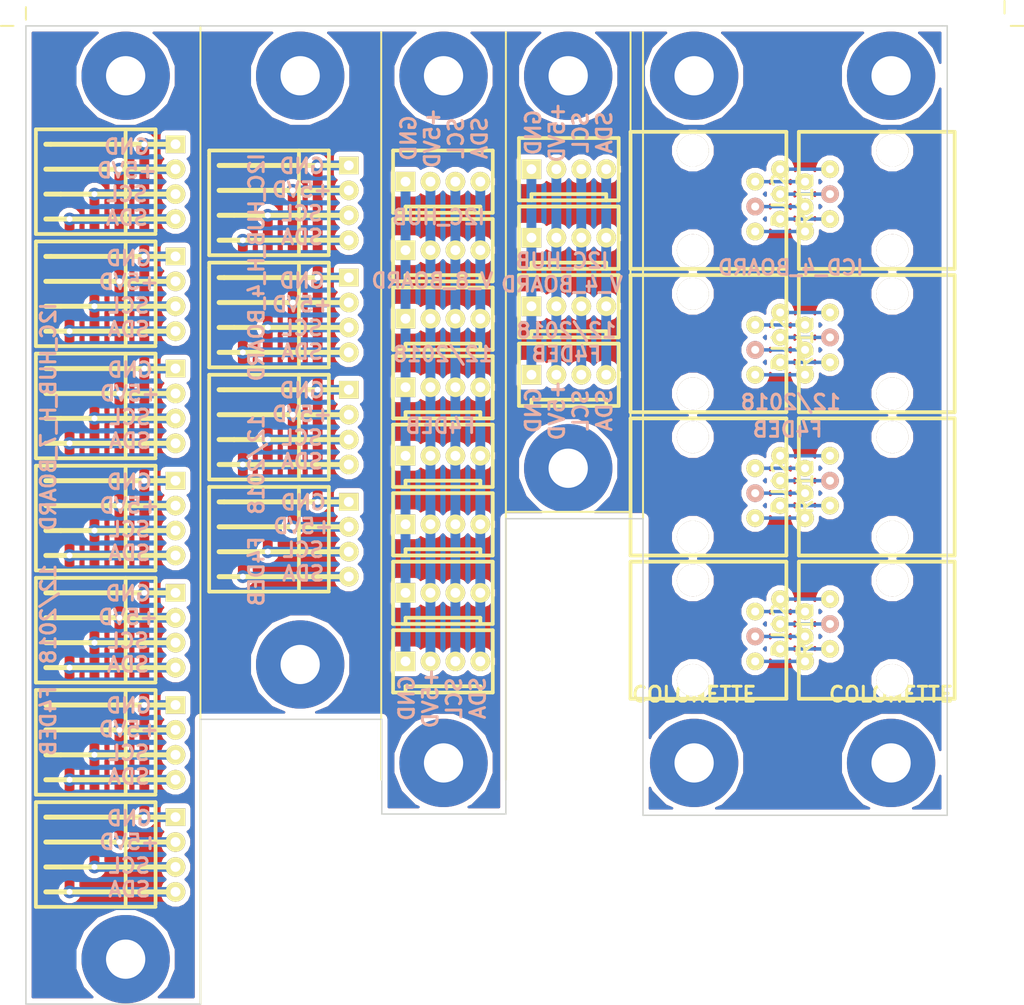
<source format=kicad_pcb>
(kicad_pcb (version 4) (host pcbnew 4.0.5+dfsg1-4)
  (layers (0 F.Cu signal) (31 B.Cu signal) (34 B.Paste user) (35 F.Paste user) (36 B.SilkS user) (37 F.SilkS user) (38 B.Mask user) (39 F.Mask user) (44 Edge.Cuts user))
  (net 0 "")
  (net 1 "Net-(P1001-Pad1)")
  (net 2 "Net-(P1002-Pad1)")
  (net 3 "Net-(P1003-Pad1)")
  (net 4 "Net-(P1003-Pad2)")
  (net 5 "Net-(P1003-Pad3)")
  (net 6 "Net-(P1003-Pad4)")
  (net 7 "Net-(P1011-Pad1)")
  (net 8 "Net-(P1012-Pad1)")
  (net 9 "Net-(P1013-Pad1)")
  (net 10 "Net-(P1013-Pad2)")
  (net 11 "Net-(P1013-Pad3)")
  (net 12 "Net-(P1013-Pad4)")
  (net 13 "Net-(P1021-Pad1)")
  (net 14 "Net-(P1022-Pad1)")
  (net 15 "Net-(P1023-Pad1)")
  (net 16 "Net-(P1023-Pad2)")
  (net 17 "Net-(P1023-Pad3)")
  (net 18 "Net-(P1023-Pad4)")
  (net 19 "Net-(P1027-Pad1)")
  (net 20 "Net-(P1028-Pad1)")
  (net 21 "Net-(P1029-Pad1)")
  (net 22 "Net-(P1029-Pad2)")
  (net 23 "Net-(P1029-Pad3)")
  (net 24 "Net-(P1029-Pad4)")
  (net 25 "Net-(J1001-Pad4)")
  (net 26 "Net-(J1001-Pad2)")
  (net 27 "Net-(J1001-Pad6)")
  (net 28 "Net-(J1001-Pad1)")
  (net 29 "Net-(J1001-Pad3)")
  (net 30 "Net-(J1001-Pad5)")
  (net 31 "Net-(J1001-Pad8)")
  (net 32 "Net-(J1001-Pad7)")
  (net 33 "Net-(J1002-Pad8)")
  (net 34 "Net-(J1002-Pad7)")
  (net 35 "Net-(J1003-Pad4)")
  (net 36 "Net-(J1003-Pad2)")
  (net 37 "Net-(J1003-Pad6)")
  (net 38 "Net-(J1003-Pad1)")
  (net 39 "Net-(J1003-Pad3)")
  (net 40 "Net-(J1003-Pad5)")
  (net 41 "Net-(J1003-Pad8)")
  (net 42 "Net-(J1003-Pad7)")
  (net 43 "Net-(J1004-Pad8)")
  (net 44 "Net-(J1004-Pad7)")
  (net 45 "Net-(J1005-Pad4)")
  (net 46 "Net-(J1005-Pad2)")
  (net 47 "Net-(J1005-Pad6)")
  (net 48 "Net-(J1005-Pad1)")
  (net 49 "Net-(J1005-Pad3)")
  (net 50 "Net-(J1005-Pad5)")
  (net 51 "Net-(J1005-Pad8)")
  (net 52 "Net-(J1005-Pad7)")
  (net 53 "Net-(J1006-Pad8)")
  (net 54 "Net-(J1006-Pad7)")
  (net 55 "Net-(J1007-Pad4)")
  (net 56 "Net-(J1007-Pad2)")
  (net 57 "Net-(J1007-Pad6)")
  (net 58 "Net-(J1007-Pad1)")
  (net 59 "Net-(J1007-Pad3)")
  (net 60 "Net-(J1007-Pad5)")
  (net 61 "Net-(J1007-Pad8)")
  (net 62 "Net-(J1007-Pad7)")
  (net 63 "Net-(J1008-Pad8)")
  (net 64 "Net-(J1008-Pad7)")
  (net 65 "Net-(K1001-Pad1)")
  (net 66 "Net-(K1002-Pad1)")
  (net 67 "Net-(K1003-Pad1)")
  (net 68 "Net-(K1004-Pad1)")
  (module f4deb-mod-library:COLONETTE (layer F.Cu) (at 96.52 52.07)
    (fp_text reference P1001 hide)
    (fp_text value CONN_01X01 hide)
    (pad 1 thru_hole circle (at 0 0) (size 8.99922 8.99922) (drill 4.0005) (layers *.Cu) (net 1 "Net-(P1001-Pad1)"))
    (pad 1 thru_hole circle (at 0 0) (size 2 2) (drill 0.6) (layers *.Cu *.Mask F.SilkS) (net 1 "Net-(P1001-Pad1)"))
  )
  (module f4deb-mod-library:COLONETTE (layer F.Cu) (at 96.52 142.113)
    (fp_text reference P1002 hide)
    (fp_text value CONN_01X01 hide)
    (pad 1 thru_hole circle (at 0 0) (size 8.99922 8.99922) (drill 4.0005) (layers *.Cu) (net 2 "Net-(P1002-Pad1)"))
    (pad 1 thru_hole circle (at 0 0) (size 2 2) (drill 0.6) (layers *.Cu *.Mask F.SilkS) (net 2 "Net-(P1002-Pad1)"))
  )
  (module f4deb-mod-library:COLONETTE (layer F.Cu) (at 114.3 112.0775)
    (fp_text reference P1011 hide)
    (fp_text value CONN_01X01 hide)
    (pad 1 thru_hole circle (at 0 0) (size 8.99922 8.99922) (drill 4.0005) (layers *.Cu) (net 7 "Net-(P1011-Pad1)"))
    (pad 1 thru_hole circle (at 0 0) (size 2 2) (drill 0.6) (layers *.Cu *.Mask F.SilkS) (net 7 "Net-(P1011-Pad1)"))
  )
  (module f4deb-mod-library:COLONETTE (layer F.Cu) (at 114.3 52.07)
    (fp_text reference P1012 hide)
    (fp_text value CONN_01X01 hide)
    (pad 1 thru_hole circle (at 0 0) (size 8.99922 8.99922) (drill 4.0005) (layers *.Cu) (net 8 "Net-(P1012-Pad1)"))
    (pad 1 thru_hole circle (at 0 0) (size 2 2) (drill 0.6) (layers *.Cu *.Mask F.SilkS) (net 8 "Net-(P1012-Pad1)"))
  )
  (module f4deb-mod-library:COLONETTE (layer F.Cu) (at 128.905 122.1105)
    (fp_text reference P1021 hide)
    (fp_text value CONN_01X01 hide)
    (pad 1 thru_hole circle (at 0 0) (size 8.99922 8.99922) (drill 4.0005) (layers *.Cu) (net 13 "Net-(P1021-Pad1)"))
    (pad 1 thru_hole circle (at 0 0) (size 2 2) (drill 0.6) (layers *.Cu *.Mask F.SilkS) (net 13 "Net-(P1021-Pad1)"))
  )
  (module f4deb-mod-library:COLONETTE (layer F.Cu) (at 128.905 52.07)
    (fp_text reference P1022 hide)
    (fp_text value CONN_01X01 hide)
    (pad 1 thru_hole circle (at 0 0) (size 8.99922 8.99922) (drill 4.0005) (layers *.Cu) (net 14 "Net-(P1022-Pad1)"))
    (pad 1 thru_hole circle (at 0 0) (size 2 2) (drill 0.6) (layers *.Cu *.Mask F.SilkS) (net 14 "Net-(P1022-Pad1)"))
  )
  (module f4deb-mod-library:COLONETTE (layer F.Cu) (at 141.605 52.07)
    (fp_text reference P1027 hide)
    (fp_text value CONN_01X01 hide)
    (pad 1 thru_hole circle (at 0 0) (size 8.99922 8.99922) (drill 4.0005) (layers *.Cu) (net 19 "Net-(P1027-Pad1)"))
    (pad 1 thru_hole circle (at 0 0) (size 2 2) (drill 0.6) (layers *.Cu *.Mask F.SilkS) (net 19 "Net-(P1027-Pad1)"))
  )
  (module f4deb-mod-library:COLONETTE (layer F.Cu) (at 141.605 92.075)
    (fp_text reference P1028 hide)
    (fp_text value CONN_01X01 hide)
    (pad 1 thru_hole circle (at 0 0) (size 8.99922 8.99922) (drill 4.0005) (layers *.Cu) (net 20 "Net-(P1028-Pad1)"))
    (pad 1 thru_hole circle (at 0 0) (size 2 2) (drill 0.6) (layers *.Cu *.Mask F.SilkS) (net 20 "Net-(P1028-Pad1)"))
  )
  (module f4deb-mod-library:KK-4 (layer F.Cu) (at 145.4785 75.565 180)
    (fp_text reference P1026 hide)
    (fp_text value CONN_01X04 hide)
    (pad 1 thru_hole rect (at 7.62 0 180) (size 1.99898 1.99898) (drill 1.00076) (layers *.Cu *.Mask F.SilkS) (net 15 "Net-(P1023-Pad1)"))
    (pad 2 thru_hole circle (at 5.08 0 180) (size 1.99898 1.99898) (drill 1.00076) (layers *.Cu *.Mask F.SilkS) (net 16 "Net-(P1023-Pad2)"))
    (pad 3 thru_hole circle (at 2.54 0 180) (size 1.99898 1.99898) (drill 1.00076) (layers *.Cu *.Mask F.SilkS) (net 17 "Net-(P1023-Pad3)"))
    (pad 4 thru_hole circle (at 0 0 180) (size 1.99898 1.99898) (drill 1.00076) (layers *.Cu *.Mask F.SilkS) (net 18 "Net-(P1023-Pad4)"))
  )
  (module f4deb-mod-library:KK-4 (layer F.Cu) (at 145.4785 61.595 180)
    (fp_text reference P1025 hide)
    (fp_text value CONN_01X04 hide)
    (pad 1 thru_hole rect (at 7.62 0 180) (size 1.99898 1.99898) (drill 1.00076) (layers *.Cu *.Mask F.SilkS) (net 15 "Net-(P1023-Pad1)"))
    (pad 2 thru_hole circle (at 5.08 0 180) (size 1.99898 1.99898) (drill 1.00076) (layers *.Cu *.Mask F.SilkS) (net 16 "Net-(P1023-Pad2)"))
    (pad 3 thru_hole circle (at 2.54 0 180) (size 1.99898 1.99898) (drill 1.00076) (layers *.Cu *.Mask F.SilkS) (net 17 "Net-(P1023-Pad3)"))
    (pad 4 thru_hole circle (at 0 0 180) (size 1.99898 1.99898) (drill 1.00076) (layers *.Cu *.Mask F.SilkS) (net 18 "Net-(P1023-Pad4)"))
  )
  (module f4deb-mod-library:KK-4 (layer F.Cu) (at 145.4785 82.55 180)
    (fp_text reference P1024 hide)
    (fp_text value CONN_01X04 hide)
    (pad 1 thru_hole rect (at 7.62 0 180) (size 1.99898 1.99898) (drill 1.00076) (layers *.Cu *.Mask F.SilkS) (net 15 "Net-(P1023-Pad1)"))
    (pad 2 thru_hole circle (at 5.08 0 180) (size 1.99898 1.99898) (drill 1.00076) (layers *.Cu *.Mask F.SilkS) (net 16 "Net-(P1023-Pad2)"))
    (pad 3 thru_hole circle (at 2.54 0 180) (size 1.99898 1.99898) (drill 1.00076) (layers *.Cu *.Mask F.SilkS) (net 17 "Net-(P1023-Pad3)"))
    (pad 4 thru_hole circle (at 0 0 180) (size 1.99898 1.99898) (drill 1.00076) (layers *.Cu *.Mask F.SilkS) (net 18 "Net-(P1023-Pad4)"))
  )
  (module f4deb-mod-library:KK-4 (layer F.Cu) (at 145.4785 68.58 180)
    (fp_text reference P1023 hide)
    (fp_text value CONN_01X04 hide)
    (pad 1 thru_hole rect (at 7.62 0 180) (size 1.99898 1.99898) (drill 1.00076) (layers *.Cu *.Mask F.SilkS) (net 15 "Net-(P1023-Pad1)"))
    (pad 2 thru_hole circle (at 5.08 0 180) (size 1.99898 1.99898) (drill 1.00076) (layers *.Cu *.Mask F.SilkS) (net 16 "Net-(P1023-Pad2)"))
    (pad 3 thru_hole circle (at 2.54 0 180) (size 1.99898 1.99898) (drill 1.00076) (layers *.Cu *.Mask F.SilkS) (net 17 "Net-(P1023-Pad3)"))
    (pad 4 thru_hole circle (at 0 0 180) (size 1.99898 1.99898) (drill 1.00076) (layers *.Cu *.Mask F.SilkS) (net 18 "Net-(P1023-Pad4)"))
  )
  (module f4deb-mod-library:KK-4 (layer F.Cu) (at 132.6515 111.76 180)
    (fp_text reference P1010 hide)
    (fp_text value CONN_01X04 hide)
    (pad 1 thru_hole rect (at 7.62 0 180) (size 1.99898 1.99898) (drill 1.00076) (layers *.Cu *.Mask F.SilkS) (net 3 "Net-(P1003-Pad1)"))
    (pad 2 thru_hole circle (at 5.08 0 180) (size 1.99898 1.99898) (drill 1.00076) (layers *.Cu *.Mask F.SilkS) (net 4 "Net-(P1003-Pad2)"))
    (pad 3 thru_hole circle (at 2.54 0 180) (size 1.99898 1.99898) (drill 1.00076) (layers *.Cu *.Mask F.SilkS) (net 5 "Net-(P1003-Pad3)"))
    (pad 4 thru_hole circle (at 0 0 180) (size 1.99898 1.99898) (drill 1.00076) (layers *.Cu *.Mask F.SilkS) (net 6 "Net-(P1003-Pad4)"))
  )
  (module f4deb-mod-library:KK-4 (layer F.Cu) (at 132.6515 104.775 180)
    (fp_text reference P1009 hide)
    (fp_text value CONN_01X04 hide)
    (pad 1 thru_hole rect (at 7.62 0 180) (size 1.99898 1.99898) (drill 1.00076) (layers *.Cu *.Mask F.SilkS) (net 3 "Net-(P1003-Pad1)"))
    (pad 2 thru_hole circle (at 5.08 0 180) (size 1.99898 1.99898) (drill 1.00076) (layers *.Cu *.Mask F.SilkS) (net 4 "Net-(P1003-Pad2)"))
    (pad 3 thru_hole circle (at 2.54 0 180) (size 1.99898 1.99898) (drill 1.00076) (layers *.Cu *.Mask F.SilkS) (net 5 "Net-(P1003-Pad3)"))
    (pad 4 thru_hole circle (at 0 0 180) (size 1.99898 1.99898) (drill 1.00076) (layers *.Cu *.Mask F.SilkS) (net 6 "Net-(P1003-Pad4)"))
  )
  (module f4deb-mod-library:KK-4 (layer F.Cu) (at 132.6515 97.79 180)
    (fp_text reference P1008 hide)
    (fp_text value CONN_01X04 hide)
    (pad 1 thru_hole rect (at 7.62 0 180) (size 1.99898 1.99898) (drill 1.00076) (layers *.Cu *.Mask F.SilkS) (net 3 "Net-(P1003-Pad1)"))
    (pad 2 thru_hole circle (at 5.08 0 180) (size 1.99898 1.99898) (drill 1.00076) (layers *.Cu *.Mask F.SilkS) (net 4 "Net-(P1003-Pad2)"))
    (pad 3 thru_hole circle (at 2.54 0 180) (size 1.99898 1.99898) (drill 1.00076) (layers *.Cu *.Mask F.SilkS) (net 5 "Net-(P1003-Pad3)"))
    (pad 4 thru_hole circle (at 0 0 180) (size 1.99898 1.99898) (drill 1.00076) (layers *.Cu *.Mask F.SilkS) (net 6 "Net-(P1003-Pad4)"))
  )
  (module f4deb-mod-library:KK-4 (layer F.Cu) (at 132.6515 62.865 180)
    (fp_text reference P1007 hide)
    (fp_text value CONN_01X04 hide)
    (pad 1 thru_hole rect (at 7.62 0 180) (size 1.99898 1.99898) (drill 1.00076) (layers *.Cu *.Mask F.SilkS) (net 3 "Net-(P1003-Pad1)"))
    (pad 2 thru_hole circle (at 5.08 0 180) (size 1.99898 1.99898) (drill 1.00076) (layers *.Cu *.Mask F.SilkS) (net 4 "Net-(P1003-Pad2)"))
    (pad 3 thru_hole circle (at 2.54 0 180) (size 1.99898 1.99898) (drill 1.00076) (layers *.Cu *.Mask F.SilkS) (net 5 "Net-(P1003-Pad3)"))
    (pad 4 thru_hole circle (at 0 0 180) (size 1.99898 1.99898) (drill 1.00076) (layers *.Cu *.Mask F.SilkS) (net 6 "Net-(P1003-Pad4)"))
  )
  (module f4deb-mod-library:KK-4 (layer F.Cu) (at 132.6515 90.805 180)
    (fp_text reference P1006 hide)
    (fp_text value CONN_01X04 hide)
    (pad 1 thru_hole rect (at 7.62 0 180) (size 1.99898 1.99898) (drill 1.00076) (layers *.Cu *.Mask F.SilkS) (net 3 "Net-(P1003-Pad1)"))
    (pad 2 thru_hole circle (at 5.08 0 180) (size 1.99898 1.99898) (drill 1.00076) (layers *.Cu *.Mask F.SilkS) (net 4 "Net-(P1003-Pad2)"))
    (pad 3 thru_hole circle (at 2.54 0 180) (size 1.99898 1.99898) (drill 1.00076) (layers *.Cu *.Mask F.SilkS) (net 5 "Net-(P1003-Pad3)"))
    (pad 4 thru_hole circle (at 0 0 180) (size 1.99898 1.99898) (drill 1.00076) (layers *.Cu *.Mask F.SilkS) (net 6 "Net-(P1003-Pad4)"))
  )
  (module f4deb-mod-library:KK-4 (layer F.Cu) (at 132.6515 69.85 180)
    (fp_text reference P1005 hide)
    (fp_text value CONN_01X04 hide)
    (pad 1 thru_hole rect (at 7.62 0 180) (size 1.99898 1.99898) (drill 1.00076) (layers *.Cu *.Mask F.SilkS) (net 3 "Net-(P1003-Pad1)"))
    (pad 2 thru_hole circle (at 5.08 0 180) (size 1.99898 1.99898) (drill 1.00076) (layers *.Cu *.Mask F.SilkS) (net 4 "Net-(P1003-Pad2)"))
    (pad 3 thru_hole circle (at 2.54 0 180) (size 1.99898 1.99898) (drill 1.00076) (layers *.Cu *.Mask F.SilkS) (net 5 "Net-(P1003-Pad3)"))
    (pad 4 thru_hole circle (at 0 0 180) (size 1.99898 1.99898) (drill 1.00076) (layers *.Cu *.Mask F.SilkS) (net 6 "Net-(P1003-Pad4)"))
  )
  (module f4deb-mod-library:KK-4 (layer F.Cu) (at 132.6515 83.82 180)
    (fp_text reference P1004 hide)
    (fp_text value CONN_01X04 hide)
    (pad 1 thru_hole rect (at 7.62 0 180) (size 1.99898 1.99898) (drill 1.00076) (layers *.Cu *.Mask F.SilkS) (net 3 "Net-(P1003-Pad1)"))
    (pad 2 thru_hole circle (at 5.08 0 180) (size 1.99898 1.99898) (drill 1.00076) (layers *.Cu *.Mask F.SilkS) (net 4 "Net-(P1003-Pad2)"))
    (pad 3 thru_hole circle (at 2.54 0 180) (size 1.99898 1.99898) (drill 1.00076) (layers *.Cu *.Mask F.SilkS) (net 5 "Net-(P1003-Pad3)"))
    (pad 4 thru_hole circle (at 0 0 180) (size 1.99898 1.99898) (drill 1.00076) (layers *.Cu *.Mask F.SilkS) (net 6 "Net-(P1003-Pad4)"))
  )
  (module f4deb-mod-library:KK-4 (layer F.Cu) (at 132.6515 76.835 180)
    (fp_text reference P1003 hide)
    (fp_text value CONN_01X04 hide)
    (pad 1 thru_hole rect (at 7.62 0 180) (size 1.99898 1.99898) (drill 1.00076) (layers *.Cu *.Mask F.SilkS) (net 3 "Net-(P1003-Pad1)"))
    (pad 2 thru_hole circle (at 5.08 0 180) (size 1.99898 1.99898) (drill 1.00076) (layers *.Cu *.Mask F.SilkS) (net 4 "Net-(P1003-Pad2)"))
    (pad 3 thru_hole circle (at 2.54 0 180) (size 1.99898 1.99898) (drill 1.00076) (layers *.Cu *.Mask F.SilkS) (net 5 "Net-(P1003-Pad3)"))
    (pad 4 thru_hole circle (at 0 0 180) (size 1.99898 1.99898) (drill 1.00076) (layers *.Cu *.Mask F.SilkS) (net 6 "Net-(P1003-Pad4)"))
  )
  (module f4deb-mod-library:KK-4-H (layer F.Cu) (at 119.253 103.124 90)
    (fp_text reference P1032 hide)
    (fp_text value CONN_01X04 hide)
    (pad 1 thru_hole rect (at 7.62 0 90) (size 1.80086 1.99898) (drill 1.00076) (layers *.Cu *.Mask F.SilkS) (net 21 "Net-(P1029-Pad1)"))
    (pad 2 thru_hole circle (at 5.08 0 90) (size 1.99898 1.99898) (drill 1.00076) (layers *.Cu *.Mask F.SilkS) (net 22 "Net-(P1029-Pad2)"))
    (pad 3 thru_hole circle (at 2.54 0 90) (size 1.99898 1.99898) (drill 1.00076) (layers *.Cu *.Mask F.SilkS) (net 23 "Net-(P1029-Pad3)"))
    (pad 4 thru_hole circle (at 0 0 90) (size 1.99898 1.99898) (drill 1.00076) (layers *.Cu *.Mask F.SilkS) (net 24 "Net-(P1029-Pad4)"))
  )
  (module f4deb-mod-library:KK-4-H (layer F.Cu) (at 119.253 91.694 90)
    (fp_text reference P1031 hide)
    (fp_text value CONN_01X04 hide)
    (pad 1 thru_hole rect (at 7.62 0 90) (size 1.80086 1.99898) (drill 1.00076) (layers *.Cu *.Mask F.SilkS) (net 21 "Net-(P1029-Pad1)"))
    (pad 2 thru_hole circle (at 5.08 0 90) (size 1.99898 1.99898) (drill 1.00076) (layers *.Cu *.Mask F.SilkS) (net 22 "Net-(P1029-Pad2)"))
    (pad 3 thru_hole circle (at 2.54 0 90) (size 1.99898 1.99898) (drill 1.00076) (layers *.Cu *.Mask F.SilkS) (net 23 "Net-(P1029-Pad3)"))
    (pad 4 thru_hole circle (at 0 0 90) (size 1.99898 1.99898) (drill 1.00076) (layers *.Cu *.Mask F.SilkS) (net 24 "Net-(P1029-Pad4)"))
  )
  (module f4deb-mod-library:KK-4-H (layer F.Cu) (at 119.253 80.264 90)
    (fp_text reference P1030 hide)
    (fp_text value CONN_01X04 hide)
    (pad 1 thru_hole rect (at 7.62 0 90) (size 1.80086 1.99898) (drill 1.00076) (layers *.Cu *.Mask F.SilkS) (net 21 "Net-(P1029-Pad1)"))
    (pad 2 thru_hole circle (at 5.08 0 90) (size 1.99898 1.99898) (drill 1.00076) (layers *.Cu *.Mask F.SilkS) (net 22 "Net-(P1029-Pad2)"))
    (pad 3 thru_hole circle (at 2.54 0 90) (size 1.99898 1.99898) (drill 1.00076) (layers *.Cu *.Mask F.SilkS) (net 23 "Net-(P1029-Pad3)"))
    (pad 4 thru_hole circle (at 0 0 90) (size 1.99898 1.99898) (drill 1.00076) (layers *.Cu *.Mask F.SilkS) (net 24 "Net-(P1029-Pad4)"))
  )
  (module f4deb-mod-library:KK-4-H (layer F.Cu) (at 119.253 68.834 90)
    (fp_text reference P1029 hide)
    (fp_text value CONN_01X04 hide)
    (pad 1 thru_hole rect (at 7.62 0 90) (size 1.80086 1.99898) (drill 1.00076) (layers *.Cu *.Mask F.SilkS) (net 21 "Net-(P1029-Pad1)"))
    (pad 2 thru_hole circle (at 5.08 0 90) (size 1.99898 1.99898) (drill 1.00076) (layers *.Cu *.Mask F.SilkS) (net 22 "Net-(P1029-Pad2)"))
    (pad 3 thru_hole circle (at 2.54 0 90) (size 1.99898 1.99898) (drill 1.00076) (layers *.Cu *.Mask F.SilkS) (net 23 "Net-(P1029-Pad3)"))
    (pad 4 thru_hole circle (at 0 0 90) (size 1.99898 1.99898) (drill 1.00076) (layers *.Cu *.Mask F.SilkS) (net 24 "Net-(P1029-Pad4)"))
  )
  (module f4deb-mod-library:KK-4-H (layer F.Cu) (at 101.6 100.965 90)
    (fp_text reference P1020 hide)
    (fp_text value CONN_01X04 hide)
    (pad 1 thru_hole rect (at 7.62 0 90) (size 1.80086 1.99898) (drill 1.00076) (layers *.Cu *.Mask F.SilkS) (net 9 "Net-(P1013-Pad1)"))
    (pad 2 thru_hole circle (at 5.08 0 90) (size 1.99898 1.99898) (drill 1.00076) (layers *.Cu *.Mask F.SilkS) (net 10 "Net-(P1013-Pad2)"))
    (pad 3 thru_hole circle (at 2.54 0 90) (size 1.99898 1.99898) (drill 1.00076) (layers *.Cu *.Mask F.SilkS) (net 11 "Net-(P1013-Pad3)"))
    (pad 4 thru_hole circle (at 0 0 90) (size 1.99898 1.99898) (drill 1.00076) (layers *.Cu *.Mask F.SilkS) (net 12 "Net-(P1013-Pad4)"))
  )
  (module f4deb-mod-library:KK-4-H (layer F.Cu) (at 101.6 66.675 90)
    (fp_text reference P1019 hide)
    (fp_text value CONN_01X04 hide)
    (pad 1 thru_hole rect (at 7.62 0 90) (size 1.80086 1.99898) (drill 1.00076) (layers *.Cu *.Mask F.SilkS) (net 9 "Net-(P1013-Pad1)"))
    (pad 2 thru_hole circle (at 5.08 0 90) (size 1.99898 1.99898) (drill 1.00076) (layers *.Cu *.Mask F.SilkS) (net 10 "Net-(P1013-Pad2)"))
    (pad 3 thru_hole circle (at 2.54 0 90) (size 1.99898 1.99898) (drill 1.00076) (layers *.Cu *.Mask F.SilkS) (net 11 "Net-(P1013-Pad3)"))
    (pad 4 thru_hole circle (at 0 0 90) (size 1.99898 1.99898) (drill 1.00076) (layers *.Cu *.Mask F.SilkS) (net 12 "Net-(P1013-Pad4)"))
  )
  (module f4deb-mod-library:KK-4-H (layer F.Cu) (at 101.6 89.535 90)
    (fp_text reference P1018 hide)
    (fp_text value CONN_01X04 hide)
    (pad 1 thru_hole rect (at 7.62 0 90) (size 1.80086 1.99898) (drill 1.00076) (layers *.Cu *.Mask F.SilkS) (net 9 "Net-(P1013-Pad1)"))
    (pad 2 thru_hole circle (at 5.08 0 90) (size 1.99898 1.99898) (drill 1.00076) (layers *.Cu *.Mask F.SilkS) (net 10 "Net-(P1013-Pad2)"))
    (pad 3 thru_hole circle (at 2.54 0 90) (size 1.99898 1.99898) (drill 1.00076) (layers *.Cu *.Mask F.SilkS) (net 11 "Net-(P1013-Pad3)"))
    (pad 4 thru_hole circle (at 0 0 90) (size 1.99898 1.99898) (drill 1.00076) (layers *.Cu *.Mask F.SilkS) (net 12 "Net-(P1013-Pad4)"))
  )
  (module f4deb-mod-library:KK-4-H (layer F.Cu) (at 101.6 78.105 90)
    (fp_text reference P1017 hide)
    (fp_text value CONN_01X04 hide)
    (pad 1 thru_hole rect (at 7.62 0 90) (size 1.80086 1.99898) (drill 1.00076) (layers *.Cu *.Mask F.SilkS) (net 9 "Net-(P1013-Pad1)"))
    (pad 2 thru_hole circle (at 5.08 0 90) (size 1.99898 1.99898) (drill 1.00076) (layers *.Cu *.Mask F.SilkS) (net 10 "Net-(P1013-Pad2)"))
    (pad 3 thru_hole circle (at 2.54 0 90) (size 1.99898 1.99898) (drill 1.00076) (layers *.Cu *.Mask F.SilkS) (net 11 "Net-(P1013-Pad3)"))
    (pad 4 thru_hole circle (at 0 0 90) (size 1.99898 1.99898) (drill 1.00076) (layers *.Cu *.Mask F.SilkS) (net 12 "Net-(P1013-Pad4)"))
  )
  (module f4deb-mod-library:KK-4-H (layer F.Cu) (at 101.6 123.825 90)
    (fp_text reference P1016 hide)
    (fp_text value CONN_01X04 hide)
    (pad 1 thru_hole rect (at 7.62 0 90) (size 1.80086 1.99898) (drill 1.00076) (layers *.Cu *.Mask F.SilkS) (net 9 "Net-(P1013-Pad1)"))
    (pad 2 thru_hole circle (at 5.08 0 90) (size 1.99898 1.99898) (drill 1.00076) (layers *.Cu *.Mask F.SilkS) (net 10 "Net-(P1013-Pad2)"))
    (pad 3 thru_hole circle (at 2.54 0 90) (size 1.99898 1.99898) (drill 1.00076) (layers *.Cu *.Mask F.SilkS) (net 11 "Net-(P1013-Pad3)"))
    (pad 4 thru_hole circle (at 0 0 90) (size 1.99898 1.99898) (drill 1.00076) (layers *.Cu *.Mask F.SilkS) (net 12 "Net-(P1013-Pad4)"))
  )
  (module f4deb-mod-library:KK-4-H (layer F.Cu) (at 101.6 135.255 90)
    (fp_text reference P1015 hide)
    (fp_text value CONN_01X04 hide)
    (pad 1 thru_hole rect (at 7.62 0 90) (size 1.80086 1.99898) (drill 1.00076) (layers *.Cu *.Mask F.SilkS) (net 9 "Net-(P1013-Pad1)"))
    (pad 2 thru_hole circle (at 5.08 0 90) (size 1.99898 1.99898) (drill 1.00076) (layers *.Cu *.Mask F.SilkS) (net 10 "Net-(P1013-Pad2)"))
    (pad 3 thru_hole circle (at 2.54 0 90) (size 1.99898 1.99898) (drill 1.00076) (layers *.Cu *.Mask F.SilkS) (net 11 "Net-(P1013-Pad3)"))
    (pad 4 thru_hole circle (at 0 0 90) (size 1.99898 1.99898) (drill 1.00076) (layers *.Cu *.Mask F.SilkS) (net 12 "Net-(P1013-Pad4)"))
  )
  (module f4deb-mod-library:KK-4-H (layer F.Cu) (at 101.6 112.395 90)
    (fp_text reference P1013 hide)
    (fp_text value CONN_01X04 hide)
    (pad 1 thru_hole rect (at 7.62 0 90) (size 1.80086 1.99898) (drill 1.00076) (layers *.Cu *.Mask F.SilkS) (net 9 "Net-(P1013-Pad1)"))
    (pad 2 thru_hole circle (at 5.08 0 90) (size 1.99898 1.99898) (drill 1.00076) (layers *.Cu *.Mask F.SilkS) (net 10 "Net-(P1013-Pad2)"))
    (pad 3 thru_hole circle (at 2.54 0 90) (size 1.99898 1.99898) (drill 1.00076) (layers *.Cu *.Mask F.SilkS) (net 11 "Net-(P1013-Pad3)"))
    (pad 4 thru_hole circle (at 0 0 90) (size 1.99898 1.99898) (drill 1.00076) (layers *.Cu *.Mask F.SilkS) (net 12 "Net-(P1013-Pad4)"))
  )
  (module f4deb-mod-library:COLONETTE (layer F.Cu) (at 154.432 52.07)
    (fp_text reference K1001 hide)
    (fp_text value COLONETTE hide)
    (pad 1 thru_hole circle (at 0 0) (size 8.99922 8.99922) (drill 4.0005) (layers *.Cu) (net 65 "Net-(K1001-Pad1)"))
    (pad 1 thru_hole circle (at 0 0) (size 2 2) (drill 0.6) (layers *.Cu *.Mask F.SilkS) (net 65 "Net-(K1001-Pad1)"))
  )
  (module f4deb-mod-library:COLONETTE (layer F.Cu) (at 174.498 52.07)
    (fp_text reference K1002 hide)
    (fp_text value COLONETTE hide)
    (pad 1 thru_hole circle (at 0 0) (size 8.99922 8.99922) (drill 4.0005) (layers *.Cu) (net 66 "Net-(K1002-Pad1)"))
    (pad 1 thru_hole circle (at 0 0) (size 2 2) (drill 0.6) (layers *.Cu *.Mask F.SilkS) (net 66 "Net-(K1002-Pad1)"))
  )
  (module f4deb-mod-library:COLONETTE (layer F.Cu) (at 154.432 122.1105)
    (fp_text reference K1003 hide)
    (fp_text value COLONETTE (at 0 -6.985) (layer F.SilkS) (effects (font (thickness 0.3048))))
    (pad 1 thru_hole circle (at 0 0) (size 8.99922 8.99922) (drill 4.0005) (layers *.Cu) (net 67 "Net-(K1003-Pad1)"))
    (pad 1 thru_hole circle (at 0 0) (size 2 2) (drill 0.6) (layers *.Cu *.Mask F.SilkS) (net 67 "Net-(K1003-Pad1)"))
  )
  (module f4deb-mod-library:COLONETTE (layer F.Cu) (at 174.498 122.1105)
    (fp_text reference K1004 hide)
    (fp_text value COLONETTE (at 0 -6.985) (layer F.SilkS) (effects (font (thickness 0.3048))))
    (pad 1 thru_hole circle (at 0 0) (size 8.99922 8.99922) (drill 4.0005) (layers *.Cu) (net 68 "Net-(K1004-Pad1)"))
    (pad 1 thru_hole circle (at 0 0) (size 2 2) (drill 0.6) (layers *.Cu *.Mask F.SilkS) (net 68 "Net-(K1004-Pad1)"))
  )
  (module f4deb-mod-library:RJ12_E (layer F.Cu) (at 163.195 108.585 270)
    (fp_text reference J1008 hide)
    (fp_text value RJ12 (at 0 -2.54 270) (layer F.SilkS) (effects (font (thickness 0.3048))))
    (pad 4 thru_hole circle (at 0.635 2.54 270) (size 1.80086 1.80086) (drill 0.8128) (layers *.Cu *.Mask B.SilkS) (net 59 "Net-(J1007-Pad3)"))
    (pad 2 thru_hole circle (at -1.905 2.54 270) (size 1.80086 1.80086) (drill 0.8128) (layers *.Cu *.Mask F.SilkS) (net 60 "Net-(J1007-Pad5)"))
    (pad 6 thru_hole circle (at 3.175 2.54 270) (size 1.80086 1.80086) (drill 0.8128) (layers *.Cu *.Mask F.SilkS) (net 58 "Net-(J1007-Pad1)"))
    (pad 1 thru_hole circle (at -3.175 0 270) (size 1.80086 1.80086) (drill 0.8128) (layers *.Cu *.Mask F.SilkS) (net 57 "Net-(J1007-Pad6)"))
    (pad 3 thru_hole circle (at -0.635 0 270) (size 1.7 1.7) (drill 0.8128) (layers *.Cu *.Mask F.SilkS) (net 55 "Net-(J1007-Pad4)"))
    (pad 5 thru_hole circle (at 1.905 0 270) (size 1.7 1.7) (drill 0.8128) (layers *.Cu *.Mask F.SilkS) (net 56 "Net-(J1007-Pad2)"))
    (pad 8 thru_hole circle (at 5.08 8.89 270) (size 3.2512 3.2512) (drill 3.2512) (layers *.Cu *.Mask F.SilkS) (net 63 "Net-(J1008-Pad8)"))
    (pad 7 thru_hole circle (at -5.08 8.89 270) (size 3.2512 3.2512) (drill 3.2512) (layers *.Cu *.Mask F.SilkS) (net 64 "Net-(J1008-Pad7)"))
  )
  (module f4deb-mod-library:RJ12_E (layer F.Cu) (at 165.735 108.585 90)
    (fp_text reference J1007 hide)
    (fp_text value RJ12 (at 0 -2.54 90) (layer F.SilkS) (effects (font (thickness 0.3048))))
    (pad 4 thru_hole circle (at 0.635 2.54 90) (size 1.80086 1.80086) (drill 0.8128) (layers *.Cu *.Mask B.SilkS) (net 55 "Net-(J1007-Pad4)"))
    (pad 2 thru_hole circle (at -1.905 2.54 90) (size 1.80086 1.80086) (drill 0.8128) (layers *.Cu *.Mask F.SilkS) (net 56 "Net-(J1007-Pad2)"))
    (pad 6 thru_hole circle (at 3.175 2.54 90) (size 1.80086 1.80086) (drill 0.8128) (layers *.Cu *.Mask F.SilkS) (net 57 "Net-(J1007-Pad6)"))
    (pad 1 thru_hole circle (at -3.175 0 90) (size 1.80086 1.80086) (drill 0.8128) (layers *.Cu *.Mask F.SilkS) (net 58 "Net-(J1007-Pad1)"))
    (pad 3 thru_hole circle (at -0.635 0 90) (size 1.7 1.7) (drill 0.8128) (layers *.Cu *.Mask F.SilkS) (net 59 "Net-(J1007-Pad3)"))
    (pad 5 thru_hole circle (at 1.905 0 90) (size 1.7 1.7) (drill 0.8128) (layers *.Cu *.Mask F.SilkS) (net 60 "Net-(J1007-Pad5)"))
    (pad 8 thru_hole circle (at 5.08 8.89 90) (size 3.2512 3.2512) (drill 3.2512) (layers *.Cu *.Mask F.SilkS) (net 61 "Net-(J1007-Pad8)"))
    (pad 7 thru_hole circle (at -5.08 8.89 90) (size 3.2512 3.2512) (drill 3.2512) (layers *.Cu *.Mask F.SilkS) (net 62 "Net-(J1007-Pad7)"))
  )
  (module f4deb-mod-library:RJ12_E (layer F.Cu) (at 163.195 93.98 270)
    (fp_text reference J1006 hide)
    (fp_text value RJ12 (at 0 -2.54 270) (layer F.SilkS) (effects (font (thickness 0.3048))))
    (pad 4 thru_hole circle (at 0.635 2.54 270) (size 1.80086 1.80086) (drill 0.8128) (layers *.Cu *.Mask B.SilkS) (net 49 "Net-(J1005-Pad3)"))
    (pad 2 thru_hole circle (at -1.905 2.54 270) (size 1.80086 1.80086) (drill 0.8128) (layers *.Cu *.Mask F.SilkS) (net 50 "Net-(J1005-Pad5)"))
    (pad 6 thru_hole circle (at 3.175 2.54 270) (size 1.80086 1.80086) (drill 0.8128) (layers *.Cu *.Mask F.SilkS) (net 48 "Net-(J1005-Pad1)"))
    (pad 1 thru_hole circle (at -3.175 0 270) (size 1.80086 1.80086) (drill 0.8128) (layers *.Cu *.Mask F.SilkS) (net 47 "Net-(J1005-Pad6)"))
    (pad 3 thru_hole circle (at -0.635 0 270) (size 1.7 1.7) (drill 0.8128) (layers *.Cu *.Mask F.SilkS) (net 45 "Net-(J1005-Pad4)"))
    (pad 5 thru_hole circle (at 1.905 0 270) (size 1.7 1.7) (drill 0.8128) (layers *.Cu *.Mask F.SilkS) (net 46 "Net-(J1005-Pad2)"))
    (pad 8 thru_hole circle (at 5.08 8.89 270) (size 3.2512 3.2512) (drill 3.2512) (layers *.Cu *.Mask F.SilkS) (net 53 "Net-(J1006-Pad8)"))
    (pad 7 thru_hole circle (at -5.08 8.89 270) (size 3.2512 3.2512) (drill 3.2512) (layers *.Cu *.Mask F.SilkS) (net 54 "Net-(J1006-Pad7)"))
  )
  (module f4deb-mod-library:RJ12_E (layer F.Cu) (at 165.735 93.98 90)
    (fp_text reference J1005 hide)
    (fp_text value RJ12 (at 0 -2.54 90) (layer F.SilkS) (effects (font (thickness 0.3048))))
    (pad 4 thru_hole circle (at 0.635 2.54 90) (size 1.80086 1.80086) (drill 0.8128) (layers *.Cu *.Mask B.SilkS) (net 45 "Net-(J1005-Pad4)"))
    (pad 2 thru_hole circle (at -1.905 2.54 90) (size 1.80086 1.80086) (drill 0.8128) (layers *.Cu *.Mask F.SilkS) (net 46 "Net-(J1005-Pad2)"))
    (pad 6 thru_hole circle (at 3.175 2.54 90) (size 1.80086 1.80086) (drill 0.8128) (layers *.Cu *.Mask F.SilkS) (net 47 "Net-(J1005-Pad6)"))
    (pad 1 thru_hole circle (at -3.175 0 90) (size 1.80086 1.80086) (drill 0.8128) (layers *.Cu *.Mask F.SilkS) (net 48 "Net-(J1005-Pad1)"))
    (pad 3 thru_hole circle (at -0.635 0 90) (size 1.7 1.7) (drill 0.8128) (layers *.Cu *.Mask F.SilkS) (net 49 "Net-(J1005-Pad3)"))
    (pad 5 thru_hole circle (at 1.905 0 90) (size 1.7 1.7) (drill 0.8128) (layers *.Cu *.Mask F.SilkS) (net 50 "Net-(J1005-Pad5)"))
    (pad 8 thru_hole circle (at 5.08 8.89 90) (size 3.2512 3.2512) (drill 3.2512) (layers *.Cu *.Mask F.SilkS) (net 51 "Net-(J1005-Pad8)"))
    (pad 7 thru_hole circle (at -5.08 8.89 90) (size 3.2512 3.2512) (drill 3.2512) (layers *.Cu *.Mask F.SilkS) (net 52 "Net-(J1005-Pad7)"))
  )
  (module f4deb-mod-library:RJ12_E (layer F.Cu) (at 163.195 79.375 270)
    (fp_text reference J1004 hide)
    (fp_text value RJ12 (at 0 -2.54 270) (layer F.SilkS) (effects (font (thickness 0.3048))))
    (pad 4 thru_hole circle (at 0.635 2.54 270) (size 1.80086 1.80086) (drill 0.8128) (layers *.Cu *.Mask B.SilkS) (net 39 "Net-(J1003-Pad3)"))
    (pad 2 thru_hole circle (at -1.905 2.54 270) (size 1.80086 1.80086) (drill 0.8128) (layers *.Cu *.Mask F.SilkS) (net 40 "Net-(J1003-Pad5)"))
    (pad 6 thru_hole circle (at 3.175 2.54 270) (size 1.80086 1.80086) (drill 0.8128) (layers *.Cu *.Mask F.SilkS) (net 38 "Net-(J1003-Pad1)"))
    (pad 1 thru_hole circle (at -3.175 0 270) (size 1.80086 1.80086) (drill 0.8128) (layers *.Cu *.Mask F.SilkS) (net 37 "Net-(J1003-Pad6)"))
    (pad 3 thru_hole circle (at -0.635 0 270) (size 1.7 1.7) (drill 0.8128) (layers *.Cu *.Mask F.SilkS) (net 35 "Net-(J1003-Pad4)"))
    (pad 5 thru_hole circle (at 1.905 0 270) (size 1.7 1.7) (drill 0.8128) (layers *.Cu *.Mask F.SilkS) (net 36 "Net-(J1003-Pad2)"))
    (pad 8 thru_hole circle (at 5.08 8.89 270) (size 3.2512 3.2512) (drill 3.2512) (layers *.Cu *.Mask F.SilkS) (net 43 "Net-(J1004-Pad8)"))
    (pad 7 thru_hole circle (at -5.08 8.89 270) (size 3.2512 3.2512) (drill 3.2512) (layers *.Cu *.Mask F.SilkS) (net 44 "Net-(J1004-Pad7)"))
  )
  (module f4deb-mod-library:RJ12_E (layer F.Cu) (at 165.735 79.375 90)
    (fp_text reference J1003 hide)
    (fp_text value RJ12 (at 0 -2.54 90) (layer F.SilkS) (effects (font (thickness 0.3048))))
    (pad 4 thru_hole circle (at 0.635 2.54 90) (size 1.80086 1.80086) (drill 0.8128) (layers *.Cu *.Mask B.SilkS) (net 35 "Net-(J1003-Pad4)"))
    (pad 2 thru_hole circle (at -1.905 2.54 90) (size 1.80086 1.80086) (drill 0.8128) (layers *.Cu *.Mask F.SilkS) (net 36 "Net-(J1003-Pad2)"))
    (pad 6 thru_hole circle (at 3.175 2.54 90) (size 1.80086 1.80086) (drill 0.8128) (layers *.Cu *.Mask F.SilkS) (net 37 "Net-(J1003-Pad6)"))
    (pad 1 thru_hole circle (at -3.175 0 90) (size 1.80086 1.80086) (drill 0.8128) (layers *.Cu *.Mask F.SilkS) (net 38 "Net-(J1003-Pad1)"))
    (pad 3 thru_hole circle (at -0.635 0 90) (size 1.7 1.7) (drill 0.8128) (layers *.Cu *.Mask F.SilkS) (net 39 "Net-(J1003-Pad3)"))
    (pad 5 thru_hole circle (at 1.905 0 90) (size 1.7 1.7) (drill 0.8128) (layers *.Cu *.Mask F.SilkS) (net 40 "Net-(J1003-Pad5)"))
    (pad 8 thru_hole circle (at 5.08 8.89 90) (size 3.2512 3.2512) (drill 3.2512) (layers *.Cu *.Mask F.SilkS) (net 41 "Net-(J1003-Pad8)"))
    (pad 7 thru_hole circle (at -5.08 8.89 90) (size 3.2512 3.2512) (drill 3.2512) (layers *.Cu *.Mask F.SilkS) (net 42 "Net-(J1003-Pad7)"))
  )
  (module f4deb-mod-library:RJ12_E (layer F.Cu) (at 163.195 64.77 270)
    (fp_text reference J1002 hide)
    (fp_text value RJ12 (at 0 -2.54 270) (layer F.SilkS) (effects (font (thickness 0.3048))))
    (pad 4 thru_hole circle (at 0.635 2.54 270) (size 1.80086 1.80086) (drill 0.8128) (layers *.Cu *.Mask B.SilkS) (net 29 "Net-(J1001-Pad3)"))
    (pad 2 thru_hole circle (at -1.905 2.54 270) (size 1.80086 1.80086) (drill 0.8128) (layers *.Cu *.Mask F.SilkS) (net 30 "Net-(J1001-Pad5)"))
    (pad 6 thru_hole circle (at 3.175 2.54 270) (size 1.80086 1.80086) (drill 0.8128) (layers *.Cu *.Mask F.SilkS) (net 28 "Net-(J1001-Pad1)"))
    (pad 1 thru_hole circle (at -3.175 0 270) (size 1.80086 1.80086) (drill 0.8128) (layers *.Cu *.Mask F.SilkS) (net 27 "Net-(J1001-Pad6)"))
    (pad 3 thru_hole circle (at -0.635 0 270) (size 1.7 1.7) (drill 0.8128) (layers *.Cu *.Mask F.SilkS) (net 25 "Net-(J1001-Pad4)"))
    (pad 5 thru_hole circle (at 1.905 0 270) (size 1.7 1.7) (drill 0.8128) (layers *.Cu *.Mask F.SilkS) (net 26 "Net-(J1001-Pad2)"))
    (pad 8 thru_hole circle (at 5.08 8.89 270) (size 3.2512 3.2512) (drill 3.2512) (layers *.Cu *.Mask F.SilkS) (net 33 "Net-(J1002-Pad8)"))
    (pad 7 thru_hole circle (at -5.08 8.89 270) (size 3.2512 3.2512) (drill 3.2512) (layers *.Cu *.Mask F.SilkS) (net 34 "Net-(J1002-Pad7)"))
  )
  (module f4deb-mod-library:RJ12_E (layer F.Cu) (at 165.735 64.77 90)
    (fp_text reference J1001 hide)
    (fp_text value RJ12 (at 0 -2.54 90) (layer F.SilkS) (effects (font (thickness 0.3048))))
    (pad 4 thru_hole circle (at 0.635 2.54 90) (size 1.80086 1.80086) (drill 0.8128) (layers *.Cu *.Mask B.SilkS) (net 25 "Net-(J1001-Pad4)"))
    (pad 2 thru_hole circle (at -1.905 2.54 90) (size 1.80086 1.80086) (drill 0.8128) (layers *.Cu *.Mask F.SilkS) (net 26 "Net-(J1001-Pad2)"))
    (pad 6 thru_hole circle (at 3.175 2.54 90) (size 1.80086 1.80086) (drill 0.8128) (layers *.Cu *.Mask F.SilkS) (net 27 "Net-(J1001-Pad6)"))
    (pad 1 thru_hole circle (at -3.175 0 90) (size 1.80086 1.80086) (drill 0.8128) (layers *.Cu *.Mask F.SilkS) (net 28 "Net-(J1001-Pad1)"))
    (pad 3 thru_hole circle (at -0.635 0 90) (size 1.7 1.7) (drill 0.8128) (layers *.Cu *.Mask F.SilkS) (net 29 "Net-(J1001-Pad3)"))
    (pad 5 thru_hole circle (at 1.905 0 90) (size 1.7 1.7) (drill 0.8128) (layers *.Cu *.Mask F.SilkS) (net 30 "Net-(J1001-Pad5)"))
    (pad 8 thru_hole circle (at 5.08 8.89 90) (size 3.2512 3.2512) (drill 3.2512) (layers *.Cu *.Mask F.SilkS) (net 31 "Net-(J1001-Pad8)"))
    (pad 7 thru_hole circle (at -5.08 8.89 90) (size 3.2512 3.2512) (drill 3.2512) (layers *.Cu *.Mask F.SilkS) (net 32 "Net-(J1001-Pad7)"))
  )
  (gr_text "12/2018\nF4DEB" (at 141.4145 79.248) (layer B.SilkS) (effects (font (size 1.5 1.5) (thickness 0.3)) (justify mirror)))
  (gr_text "I2C_HUB\nV_4_BOARD" (at 140.97 72.136) (layer B.SilkS) (effects (font (size 1.5 1.5) (thickness 0.3)) (justify mirror)))
  (gr_text "F4DEB\n" (at 163.957 88.138) (layer B.SilkS) (effects (font (size 1.5 1.5) (thickness 0.3)) (justify mirror)))
  (gr_text 12/2018 (at 164.2745 85.344) (layer B.SilkS) (effects (font (size 1.5 1.5) (thickness 0.3)) (justify mirror)))
  (gr_text ICD_4_BOARD (at 164.2745 71.628) (layer B.SilkS) (effects (font (size 1.5 1.5) (thickness 0.3)) (justify mirror)))
  (gr_text "GND\n+5VD\nSCL\nSDA" (at 141.6685 86.1695 90) (layer B.SilkS) (effects (font (size 1.5 1.5) (thickness 0.3)) (justify mirror)))
  (gr_text "GND\n+5VD\nSCL\nSDA" (at 141.6685 57.8485 90) (layer B.SilkS) (effects (font (size 1.5 1.5) (thickness 0.3)) (justify mirror)))
  (gr_text "GND\n+5VD\nSCL\nSDA" (at 128.9685 58.42 90) (layer B.SilkS) (effects (font (size 1.5 1.5) (thickness 0.3)) (justify mirror)))
  (gr_text "GND\n+5VD\nSCL\nSDA" (at 128.778 115.5065 90) (layer B.SilkS) (effects (font (size 1.5 1.5) (thickness 0.3)) (justify mirror)))
  (gr_text "GND\n+5VD\nSCL\nSDA" (at 114.6175 99.187) (layer B.SilkS) (effects (font (size 1.5 1.5) (thickness 0.3)) (justify mirror)))
  (gr_text "GND\n+5VD\nSCL\nSDA" (at 114.4905 87.757) (layer B.SilkS) (effects (font (size 1.5 1.5) (thickness 0.3)) (justify mirror)))
  (gr_text "GND\n+5VD\nSCL\nSDA" (at 114.4905 76.581) (layer B.SilkS) (effects (font (size 1.5 1.5) (thickness 0.3)) (justify mirror)))
  (gr_text "GND\n+5VD\nSCL\nSDA" (at 114.4905 64.897) (layer B.SilkS) (effects (font (size 1.5 1.5) (thickness 0.3)) (justify mirror)))
  (gr_text "GND\n+5VD\nSCL\nSDA" (at 96.901 131.3815) (layer B.SilkS) (effects (font (size 1.5 1.5) (thickness 0.3)) (justify mirror)))
  (gr_text "GND\n+5VD\nSCL\nSDA" (at 96.8375 119.888) (layer B.SilkS) (effects (font (size 1.5 1.5) (thickness 0.3)) (justify mirror)))
  (gr_text "GND\n+5VD\nSCL\nSDA" (at 96.774 108.458) (layer B.SilkS) (effects (font (size 1.5 1.5) (thickness 0.3)) (justify mirror)))
  (gr_text "GND\n+5VD\nSCL\nSDA" (at 96.901 97.0915) (layer B.SilkS) (effects (font (size 1.5 1.5) (thickness 0.3)) (justify mirror)))
  (gr_text "GND\n+5VD\nSCL\nSDA" (at 96.9645 85.6615) (layer B.SilkS) (effects (font (size 1.5 1.5) (thickness 0.3)) (justify mirror)))
  (gr_text "GND\n+5VD\nSCL\nSDA" (at 96.8375 74.295) (layer B.SilkS) (effects (font (size 1.5 1.5) (thickness 0.3)) (justify mirror)))
  (gr_text "GND\n+5VD\nSCL\nSDA" (at 96.647 62.9285) (layer B.SilkS) (effects (font (size 1.5 1.5) (thickness 0.3)) (justify mirror)))
  (gr_text F4DEB (at 128.5875 87.757) (layer B.SilkS) (effects (font (size 1.5 1.5) (thickness 0.3)) (justify mirror)))
  (gr_text "12/2018\n" (at 128.8415 80.4545) (layer B.SilkS) (effects (font (size 1.5 1.5) (thickness 0.3)) (justify mirror)))
  (gr_text "V_8_BOARD\n\n" (at 127.762 74.168) (layer B.SilkS) (effects (font (size 1.5 1.5) (thickness 0.3)) (justify mirror)))
  (gr_text I2C_HUB (at 128.397 66.4845) (layer B.SilkS) (effects (font (size 1.5 1.5) (thickness 0.3)) (justify mirror)))
  (gr_text "I2C_HUB_H_4_BOARD   12/2018  F4DEB" (at 109.855 83.058 90) (layer B.SilkS) (effects (font (size 1.5 1.5) (thickness 0.3)) (justify mirror)))
  (gr_text "I2C_HUB_H_7_BOARD   12/2018  F4DEB" (at 88.646 98.298 90) (layer B.SilkS) (effects (font (size 1.5 1.5) (thickness 0.3)) (justify mirror)))
  (gr_line (start 149.225 97.2185) (end 149.225 47.625) (angle 90) (layer F.SilkS) (width 0.2))
  (gr_line (start 104.14 146.685) (end 86.36 146.685) (angle 90) (layer Edge.Cuts) (width 0.15))
  (gr_line (start 104.14 117.6655) (end 104.14 146.685) (angle 90) (layer Edge.Cuts) (width 0.15))
  (gr_line (start 122.6185 117.6655) (end 104.14 117.6655) (angle 90) (layer Edge.Cuts) (width 0.15))
  (gr_line (start 122.6185 127.3175) (end 122.6185 117.6655) (angle 90) (layer Edge.Cuts) (width 0.15))
  (gr_line (start 135.255 127.3175) (end 122.6185 127.3175) (angle 90) (layer Edge.Cuts) (width 0.15))
  (gr_line (start 135.255 97.2185) (end 135.255 127.3175) (angle 90) (layer Edge.Cuts) (width 0.15))
  (gr_line (start 149.225 97.2185) (end 135.255 97.2185) (angle 90) (layer Edge.Cuts) (width 0.15))
  (gr_line (start 149.225 127.4445) (end 149.225 97.2185) (angle 90) (layer Edge.Cuts) (width 0.15))
  (gr_line (start 180.213 127.4445) (end 149.225 127.4445) (angle 90) (layer Edge.Cuts) (width 0.15))
  (gr_line (start 180.213 46.99) (end 180.213 127.4445) (angle 90) (layer Edge.Cuts) (width 0.15))
  (gr_line (start 179.705 46.99) (end 180.213 46.99) (angle 90) (layer Edge.Cuts) (width 0.15))
  (gr_line (start 179.705 46.99) (end 86.36 46.99) (angle 90) (layer Edge.Cuts) (width 0.15))
  (gr_line (start 86.36 146.685) (end 86.36 46.99) (angle 90) (layer Edge.Cuts) (width 0.15))
  (gr_line (start 186.69 46.99) (end 187.96 46.99) (angle 90) (layer F.SilkS) (width 0.2))
  (gr_line (start 186.055 45.72) (end 186.055 44.45) (angle 90) (layer F.SilkS) (width 0.2))
  (gr_line (start 83.82 46.99) (end 85.09 46.99) (angle 90) (layer F.SilkS) (width 0.2))
  (gr_line (start 86.36 45.085) (end 86.36 46.355) (angle 90) (layer F.SilkS) (width 0.2))
  (gr_line (start 147.955 96.52) (end 147.955 47.625) (angle 90) (layer F.SilkS) (width 0.2))
  (gr_line (start 147.955 96.52) (end 135.255 96.52) (angle 90) (layer F.SilkS) (width 0.2))
  (gr_line (start 135.255 123.825) (end 135.255 47.625) (angle 90) (layer F.SilkS) (width 0.2))
  (gr_line (start 122.555 123.825) (end 122.555 47.625) (angle 90) (layer F.SilkS) (width 0.2))
  (gr_line (start 104.14 46.99) (end 104.14 146.685) (angle 90) (layer F.SilkS) (width 0.2))
  (segment (start 125.0315 62.865) (end 125.0315 69.85) (width 1) (layer B.Cu) (net 3))
  (segment (start 125.0315 69.85) (end 125.0315 76.835) (width 1) (layer B.Cu) (net 3))
  (segment (start 125.0315 76.835) (end 125.0315 83.82) (width 1) (layer B.Cu) (net 3))
  (segment (start 125.0315 83.82) (end 125.0315 90.805) (width 1) (layer B.Cu) (net 3))
  (segment (start 125.0315 90.805) (end 125.0315 97.79) (width 1) (layer B.Cu) (net 3))
  (segment (start 125.0315 97.79) (end 125.0315 104.775) (width 1) (layer B.Cu) (net 3))
  (segment (start 125.0315 104.775) (end 125.0315 111.76) (width 1) (layer B.Cu) (net 3))
  (segment (start 127.5715 76.835) (end 127.5715 83.82) (width 1) (layer B.Cu) (net 4))
  (segment (start 127.5715 69.85) (end 127.5715 76.835) (width 1) (layer B.Cu) (net 4))
  (segment (start 127.5715 62.865) (end 127.5715 69.85) (width 1) (layer B.Cu) (net 4))
  (segment (start 127.5715 90.805) (end 127.5715 83.82) (width 1) (layer B.Cu) (net 4))
  (segment (start 127.5715 97.79) (end 127.5715 90.805) (width 1) (layer B.Cu) (net 4))
  (segment (start 127.5715 104.775) (end 127.5715 97.79) (width 1) (layer B.Cu) (net 4))
  (segment (start 127.5715 111.76) (end 127.5715 104.775) (width 1) (layer B.Cu) (net 4))
  (segment (start 130.1115 69.85) (end 130.1115 62.865) (width 1) (layer B.Cu) (net 5))
  (segment (start 130.1115 76.835) (end 130.1115 69.85) (width 1) (layer B.Cu) (net 5))
  (segment (start 130.1115 83.82) (end 130.1115 76.835) (width 1) (layer B.Cu) (net 5))
  (segment (start 130.1115 104.775) (end 130.1115 111.76) (width 1) (layer B.Cu) (net 5))
  (segment (start 130.1115 97.79) (end 130.1115 104.775) (width 1) (layer B.Cu) (net 5))
  (segment (start 130.1115 90.805) (end 130.1115 97.79) (width 1) (layer B.Cu) (net 5))
  (segment (start 130.1115 83.82) (end 130.1115 90.805) (width 1) (layer B.Cu) (net 5))
  (segment (start 132.6515 76.835) (end 132.6515 83.82) (width 1) (layer B.Cu) (net 6))
  (segment (start 132.6515 69.85) (end 132.6515 76.835) (width 1) (layer B.Cu) (net 6))
  (segment (start 132.6515 62.865) (end 132.6515 69.85) (width 1) (layer B.Cu) (net 6))
  (segment (start 132.6515 90.805) (end 132.6515 83.82) (width 1) (layer B.Cu) (net 6))
  (segment (start 132.6515 97.79) (end 132.6515 90.805) (width 1) (layer B.Cu) (net 6))
  (segment (start 132.6515 104.775) (end 132.6515 97.79) (width 1) (layer B.Cu) (net 6))
  (segment (start 132.6515 111.76) (end 132.6515 104.775) (width 1) (layer B.Cu) (net 6))
  (segment (start 101.6 70.485) (end 98.425 70.485) (width 1) (layer B.Cu) (net 9))
  (via (at 98.425 70.485) (size 1.3) (drill 0.6) (layers F.Cu B.Cu) (net 9))
  (segment (start 101.6 81.915) (end 98.425 81.915) (width 1) (layer B.Cu) (net 9))
  (via (at 98.425 81.915) (size 1.3) (drill 0.6) (layers F.Cu B.Cu) (net 9))
  (via (at 98.425 93.345) (size 1.3) (drill 0.6) (layers F.Cu B.Cu) (net 9))
  (segment (start 101.6 93.345) (end 98.425 93.345) (width 1) (layer B.Cu) (net 9))
  (segment (start 101.6 104.775) (end 98.425 104.775) (width 1) (layer B.Cu) (net 9))
  (via (at 98.425 104.775) (size 1.3) (drill 0.6) (layers F.Cu B.Cu) (net 9))
  (segment (start 101.6 116.205) (end 98.425 116.205) (width 1) (layer B.Cu) (net 9))
  (via (at 98.425 116.205) (size 1.3) (drill 0.6) (layers F.Cu B.Cu) (net 9))
  (segment (start 101.6 59.055) (end 98.425 59.055) (width 1) (layer B.Cu) (net 9))
  (segment (start 98.425 127.635) (end 101.6 127.635) (width 1) (layer B.Cu) (net 9))
  (via (at 98.425 127.635) (size 1.3) (drill 0.6) (layers F.Cu B.Cu) (net 9))
  (segment (start 98.425 59.055) (end 98.425 70.485) (width 1) (layer F.Cu) (net 9))
  (segment (start 98.425 70.485) (end 98.425 81.915) (width 1) (layer F.Cu) (net 9))
  (segment (start 98.425 81.915) (end 98.425 93.345) (width 1) (layer F.Cu) (net 9))
  (segment (start 98.425 93.345) (end 98.425 104.775) (width 1) (layer F.Cu) (net 9))
  (segment (start 98.425 104.775) (end 98.425 116.205) (width 1) (layer F.Cu) (net 9))
  (segment (start 98.425 116.205) (end 98.425 127.635) (width 1) (layer F.Cu) (net 9))
  (via (at 98.425 59.055) (size 1.3) (drill 0.6) (layers F.Cu B.Cu) (net 9))
  (segment (start 101.6 73.025) (end 95.885 73.025) (width 1) (layer B.Cu) (net 10))
  (via (at 95.885 73.025) (size 1.3) (drill 0.6) (layers F.Cu B.Cu) (net 10))
  (segment (start 101.6 84.455) (end 95.885 84.455) (width 1) (layer B.Cu) (net 10))
  (via (at 95.885 84.455) (size 1.3) (drill 0.6) (layers F.Cu B.Cu) (net 10))
  (segment (start 101.6 95.885) (end 95.885 95.885) (width 1) (layer B.Cu) (net 10))
  (via (at 95.885 95.885) (size 1.3) (drill 0.6) (layers F.Cu B.Cu) (net 10))
  (via (at 95.885 107.315) (size 1.3) (drill 0.6) (layers F.Cu B.Cu) (net 10))
  (segment (start 101.6 107.315) (end 95.885 107.315) (width 1) (layer B.Cu) (net 10))
  (via (at 95.885 118.745) (size 1.3) (drill 0.6) (layers F.Cu B.Cu) (net 10))
  (segment (start 101.6 118.745) (end 95.885 118.745) (width 1) (layer B.Cu) (net 10))
  (segment (start 101.6 130.175) (end 95.885 130.175) (width 1) (layer B.Cu) (net 10))
  (segment (start 95.885 61.595) (end 101.6 61.595) (width 1) (layer B.Cu) (net 10))
  (via (at 95.885 61.595) (size 1.3) (drill 0.6) (layers F.Cu B.Cu) (net 10))
  (segment (start 95.885 130.175) (end 95.885 118.745) (width 1) (layer F.Cu) (net 10))
  (segment (start 95.885 118.745) (end 95.885 107.315) (width 1) (layer F.Cu) (net 10))
  (segment (start 95.885 107.315) (end 95.885 95.885) (width 1) (layer F.Cu) (net 10))
  (segment (start 95.885 95.885) (end 95.885 84.455) (width 1) (layer F.Cu) (net 10))
  (segment (start 95.885 84.455) (end 95.885 73.025) (width 1) (layer F.Cu) (net 10))
  (segment (start 95.885 73.025) (end 95.885 61.595) (width 1) (layer F.Cu) (net 10))
  (via (at 95.885 130.175) (size 1.3) (drill 0.6) (layers F.Cu B.Cu) (net 10))
  (segment (start 101.6 75.565) (end 93.345 75.565) (width 1) (layer B.Cu) (net 11))
  (via (at 93.345 75.565) (size 1.3) (drill 0.6) (layers F.Cu B.Cu) (net 11))
  (segment (start 101.6 86.995) (end 93.345 86.995) (width 1) (layer B.Cu) (net 11))
  (via (at 93.345 86.995) (size 1.3) (drill 0.6) (layers F.Cu B.Cu) (net 11))
  (segment (start 101.6 98.425) (end 93.345 98.425) (width 1) (layer B.Cu) (net 11))
  (via (at 93.345 98.425) (size 1.3) (drill 0.6) (layers F.Cu B.Cu) (net 11))
  (segment (start 101.6 109.855) (end 93.345 109.855) (width 1) (layer B.Cu) (net 11))
  (via (at 93.345 109.855) (size 1.3) (drill 0.6) (layers F.Cu B.Cu) (net 11))
  (segment (start 101.6 121.285) (end 93.345 121.285) (width 1) (layer B.Cu) (net 11))
  (via (at 93.345 121.285) (size 1.3) (drill 0.6) (layers F.Cu B.Cu) (net 11))
  (segment (start 101.6 132.715) (end 93.345 132.715) (width 1) (layer B.Cu) (net 11))
  (segment (start 93.345 64.135) (end 101.6 64.135) (width 1) (layer B.Cu) (net 11))
  (via (at 93.345 64.135) (size 1.3) (drill 0.6) (layers F.Cu B.Cu) (net 11))
  (segment (start 93.345 132.715) (end 93.345 121.285) (width 1) (layer F.Cu) (net 11))
  (segment (start 93.345 121.285) (end 93.345 109.855) (width 1) (layer F.Cu) (net 11))
  (segment (start 93.345 109.855) (end 93.345 98.425) (width 1) (layer F.Cu) (net 11))
  (segment (start 93.345 98.425) (end 93.345 86.995) (width 1) (layer F.Cu) (net 11))
  (segment (start 93.345 86.995) (end 93.345 75.565) (width 1) (layer F.Cu) (net 11))
  (segment (start 93.345 75.565) (end 93.345 64.135) (width 1) (layer F.Cu) (net 11))
  (via (at 93.345 132.715) (size 1.3) (drill 0.6) (layers F.Cu B.Cu) (net 11))
  (segment (start 101.6 78.105) (end 90.805 78.105) (width 1) (layer B.Cu) (net 12))
  (via (at 90.805 78.105) (size 1.3) (drill 0.6) (layers F.Cu B.Cu) (net 12))
  (segment (start 101.6 89.535) (end 90.805 89.535) (width 1) (layer B.Cu) (net 12))
  (via (at 90.805 89.535) (size 1.3) (drill 0.6) (layers F.Cu B.Cu) (net 12))
  (segment (start 101.6 100.965) (end 90.805 100.965) (width 1) (layer B.Cu) (net 12))
  (via (at 90.805 100.965) (size 1.3) (drill 0.6) (layers F.Cu B.Cu) (net 12))
  (segment (start 101.6 112.395) (end 90.805 112.395) (width 1) (layer B.Cu) (net 12))
  (via (at 90.805 112.395) (size 1.3) (drill 0.6) (layers F.Cu B.Cu) (net 12))
  (segment (start 101.6 123.825) (end 90.805 123.825) (width 1) (layer B.Cu) (net 12))
  (via (at 90.805 123.825) (size 1.3) (drill 0.6) (layers F.Cu B.Cu) (net 12))
  (segment (start 101.6 66.675) (end 90.805 66.675) (width 1) (layer B.Cu) (net 12))
  (segment (start 90.805 135.255) (end 101.6 135.255) (width 1) (layer B.Cu) (net 12))
  (via (at 90.805 135.255) (size 1.3) (drill 0.6) (layers F.Cu B.Cu) (net 12))
  (segment (start 90.805 66.675) (end 90.805 78.105) (width 1) (layer F.Cu) (net 12))
  (segment (start 90.805 78.105) (end 90.805 89.535) (width 1) (layer F.Cu) (net 12))
  (segment (start 90.805 89.535) (end 90.805 100.965) (width 1) (layer F.Cu) (net 12))
  (segment (start 90.805 100.965) (end 90.805 112.395) (width 1) (layer F.Cu) (net 12))
  (segment (start 90.805 112.395) (end 90.805 123.825) (width 1) (layer F.Cu) (net 12))
  (segment (start 90.805 123.825) (end 90.805 135.255) (width 1) (layer F.Cu) (net 12))
  (via (at 90.805 66.675) (size 1.3) (drill 0.6) (layers F.Cu B.Cu) (net 12))
  (via (at 101.6 135.255) (size 1.3) (drill 0.6) (layers F.Cu B.Cu) (net 12))
  (segment (start 137.8585 75.565) (end 137.8585 82.55) (width 1) (layer B.Cu) (net 15))
  (segment (start 137.8585 68.58) (end 137.8585 75.565) (width 1) (layer B.Cu) (net 15))
  (segment (start 137.8585 61.595) (end 137.8585 68.58) (width 1) (layer B.Cu) (net 15))
  (segment (start 140.3985 75.565) (end 140.3985 82.55) (width 1) (layer B.Cu) (net 16))
  (segment (start 140.3985 68.58) (end 140.3985 75.565) (width 1) (layer B.Cu) (net 16))
  (segment (start 140.3985 61.595) (end 140.3985 68.58) (width 1) (layer B.Cu) (net 16))
  (segment (start 142.9385 68.58) (end 142.9385 61.595) (width 1) (layer B.Cu) (net 17))
  (segment (start 142.9385 75.565) (end 142.9385 68.58) (width 1) (layer B.Cu) (net 17))
  (segment (start 142.9385 82.55) (end 142.9385 75.565) (width 1) (layer B.Cu) (net 17))
  (segment (start 145.4785 75.565) (end 145.4785 82.55) (width 1) (layer B.Cu) (net 18))
  (segment (start 145.4785 68.58) (end 145.4785 75.565) (width 1) (layer B.Cu) (net 18))
  (segment (start 145.4785 61.595) (end 145.4785 68.58) (width 1) (layer B.Cu) (net 18))
  (segment (start 119.253 84.074) (end 116.078 84.074) (width 1) (layer B.Cu) (net 21))
  (via (at 116.078 84.074) (size 1.3) (drill 0.6) (layers F.Cu B.Cu) (net 21))
  (segment (start 119.253 72.644) (end 116.078 72.644) (width 1) (layer B.Cu) (net 21))
  (via (at 116.078 72.644) (size 1.3) (drill 0.6) (layers F.Cu B.Cu) (net 21))
  (segment (start 119.253 61.214) (end 116.078 61.214) (width 1) (layer B.Cu) (net 21))
  (segment (start 116.078 95.504) (end 119.253 95.504) (width 1) (layer B.Cu) (net 21))
  (via (at 116.078 95.504) (size 1.3) (drill 0.6) (layers F.Cu B.Cu) (net 21))
  (segment (start 116.078 61.214) (end 116.078 72.644) (width 1) (layer F.Cu) (net 21))
  (segment (start 116.078 72.644) (end 116.078 84.074) (width 1) (layer F.Cu) (net 21))
  (segment (start 116.078 84.074) (end 116.078 95.504) (width 1) (layer F.Cu) (net 21))
  (via (at 116.078 61.214) (size 1.3) (drill 0.6) (layers F.Cu B.Cu) (net 21))
  (segment (start 119.253 86.614) (end 113.538 86.614) (width 1) (layer B.Cu) (net 22))
  (via (at 113.538 86.614) (size 1.3) (drill 0.6) (layers F.Cu B.Cu) (net 22))
  (segment (start 119.253 75.184) (end 113.538 75.184) (width 1) (layer B.Cu) (net 22))
  (via (at 113.538 75.184) (size 1.3) (drill 0.6) (layers F.Cu B.Cu) (net 22))
  (segment (start 119.253 63.754) (end 113.538 63.754) (width 1) (layer B.Cu) (net 22))
  (segment (start 113.538 98.044) (end 119.253 98.044) (width 1) (layer B.Cu) (net 22))
  (via (at 113.538 98.044) (size 1.3) (drill 0.6) (layers F.Cu B.Cu) (net 22))
  (segment (start 113.538 63.754) (end 113.538 75.184) (width 1) (layer F.Cu) (net 22))
  (segment (start 113.538 75.184) (end 113.538 86.614) (width 1) (layer F.Cu) (net 22))
  (segment (start 113.538 86.614) (end 113.538 98.044) (width 1) (layer F.Cu) (net 22))
  (via (at 113.538 63.754) (size 1.3) (drill 0.6) (layers F.Cu B.Cu) (net 22))
  (segment (start 119.253 89.154) (end 110.998 89.154) (width 1) (layer B.Cu) (net 23))
  (via (at 110.998 89.154) (size 1.3) (drill 0.6) (layers F.Cu B.Cu) (net 23))
  (segment (start 119.253 77.724) (end 110.998 77.724) (width 1) (layer B.Cu) (net 23))
  (via (at 110.998 77.724) (size 1.3) (drill 0.6) (layers F.Cu B.Cu) (net 23))
  (segment (start 119.253 100.584) (end 110.998 100.584) (width 1) (layer B.Cu) (net 23))
  (segment (start 110.998 66.294) (end 119.253 66.294) (width 1) (layer B.Cu) (net 23))
  (via (at 110.998 66.294) (size 1.3) (drill 0.6) (layers F.Cu B.Cu) (net 23))
  (segment (start 110.998 100.584) (end 110.998 89.154) (width 1) (layer F.Cu) (net 23))
  (segment (start 110.998 89.154) (end 110.998 77.724) (width 1) (layer F.Cu) (net 23))
  (segment (start 110.998 77.724) (end 110.998 66.294) (width 1) (layer F.Cu) (net 23))
  (via (at 110.998 100.584) (size 1.3) (drill 0.6) (layers F.Cu B.Cu) (net 23))
  (segment (start 119.253 91.694) (end 108.458 91.694) (width 1) (layer B.Cu) (net 24))
  (via (at 108.458 91.694) (size 1.3) (drill 0.6) (layers F.Cu B.Cu) (net 24))
  (via (at 108.458 80.264) (size 1.3) (drill 0.6) (layers F.Cu B.Cu) (net 24))
  (segment (start 119.253 80.264) (end 108.458 80.264) (width 1) (layer B.Cu) (net 24))
  (segment (start 119.253 68.834) (end 108.458 68.834) (width 1) (layer B.Cu) (net 24))
  (segment (start 108.458 103.124) (end 119.253 103.124) (width 1) (layer B.Cu) (net 24))
  (via (at 108.458 103.124) (size 1.3) (drill 0.6) (layers F.Cu B.Cu) (net 24))
  (segment (start 108.458 68.834) (end 108.458 80.264) (width 1) (layer F.Cu) (net 24))
  (segment (start 108.458 80.264) (end 108.458 91.694) (width 1) (layer F.Cu) (net 24))
  (segment (start 108.458 91.694) (end 108.458 103.124) (width 1) (layer F.Cu) (net 24))
  (via (at 108.458 68.834) (size 1.3) (drill 0.6) (layers F.Cu B.Cu) (net 24))
  (segment (start 163.195 64.135) (end 168.275 64.135) (width 0.35) (layer B.Cu) (net 25))
  (segment (start 163.195 66.675) (end 168.275 66.675) (width 0.35) (layer B.Cu) (net 26))
  (segment (start 163.195 61.595) (end 168.275 61.595) (width 0.35) (layer B.Cu) (net 27))
  (segment (start 165.735 67.945) (end 160.655 67.945) (width 0.35) (layer B.Cu) (net 28))
  (segment (start 165.735 65.405) (end 160.655 65.405) (width 0.35) (layer B.Cu) (net 29))
  (segment (start 160.655 62.865) (end 165.735 62.865) (width 0.35) (layer B.Cu) (net 30))
  (segment (start 163.195 78.74) (end 168.275 78.74) (width 0.35) (layer B.Cu) (net 35))
  (segment (start 168.275 81.28) (end 163.195 81.28) (width 0.35) (layer B.Cu) (net 36))
  (segment (start 163.195 76.2) (end 168.275 76.2) (width 0.35) (layer B.Cu) (net 37))
  (segment (start 160.655 82.55) (end 165.735 82.55) (width 0.35) (layer B.Cu) (net 38))
  (segment (start 160.655 80.01) (end 165.735 80.01) (width 0.35) (layer B.Cu) (net 39))
  (segment (start 165.735 77.47) (end 160.655 77.47) (width 0.35) (layer B.Cu) (net 40))
  (segment (start 163.195 93.345) (end 168.275 93.345) (width 0.35) (layer B.Cu) (net 45))
  (segment (start 163.195 95.885) (end 168.275 95.885) (width 0.35) (layer B.Cu) (net 46))
  (segment (start 163.195 90.805) (end 168.275 90.805) (width 0.35) (layer B.Cu) (net 47))
  (segment (start 165.735 97.155) (end 160.655 97.155) (width 0.35) (layer B.Cu) (net 48))
  (segment (start 165.735 94.615) (end 160.655 94.615) (width 0.35) (layer B.Cu) (net 49))
  (segment (start 165.735 92.075) (end 160.655 92.075) (width 0.35) (layer B.Cu) (net 50))
  (segment (start 163.195 107.95) (end 168.275 107.95) (width 0.35) (layer B.Cu) (net 55))
  (segment (start 163.195 110.49) (end 168.275 110.49) (width 0.35) (layer B.Cu) (net 56))
  (segment (start 163.195 105.41) (end 168.275 105.41) (width 0.35) (layer B.Cu) (net 57))
  (segment (start 165.735 111.76) (end 160.655 111.76) (width 0.35) (layer B.Cu) (net 58))
  (segment (start 165.735 109.22) (end 160.655 109.22) (width 0.35) (layer B.Cu) (net 59))
  (segment (start 165.735 106.68) (end 160.655 106.68) (width 0.35) (layer B.Cu) (net 60))
  (zone (net 0) (net_name "") (layer F.Cu) (connect_pads thru_hole_only (clearance 0.508)) (min_thickness 0.254) (fill yes (arc_segments 16) (thermal_gap 0.508) (thermal_bridge_width 0.508))
    (polygon (pts (xy 86.36 46.99) (xy 180.213 46.99) (xy 180.213 127.4445) (xy 149.225 127.4445) (xy 149.225 97.2185) (xy 135.255 97.2185) (xy 135.255 127.3175) (xy 122.6185 127.3175) (xy 122.6185 117.6655) (xy 104.14 117.6655) (xy 104.14 146.685) (xy 86.36 146.685)))
  )
  (zone (net 0) (net_name "") (layer B.Cu) (connect_pads thru_hole_only (clearance 0.508)) (min_thickness 0.254) (fill yes (arc_segments 16) (thermal_gap 0.508) (thermal_bridge_width 0.508))
    (polygon (pts (xy 180.213 127.4445) (xy 149.225 127.4445) (xy 149.225 97.2185) (xy 135.255 97.2185) (xy 135.255 127.3175) (xy 122.6185 127.3175) (xy 122.6185 117.6655) (xy 104.14 117.6655) (xy 104.14 146.685) (xy 86.36 146.685) (xy 86.36 46.99) (xy 180.213 46.99)))
  )
)
</source>
